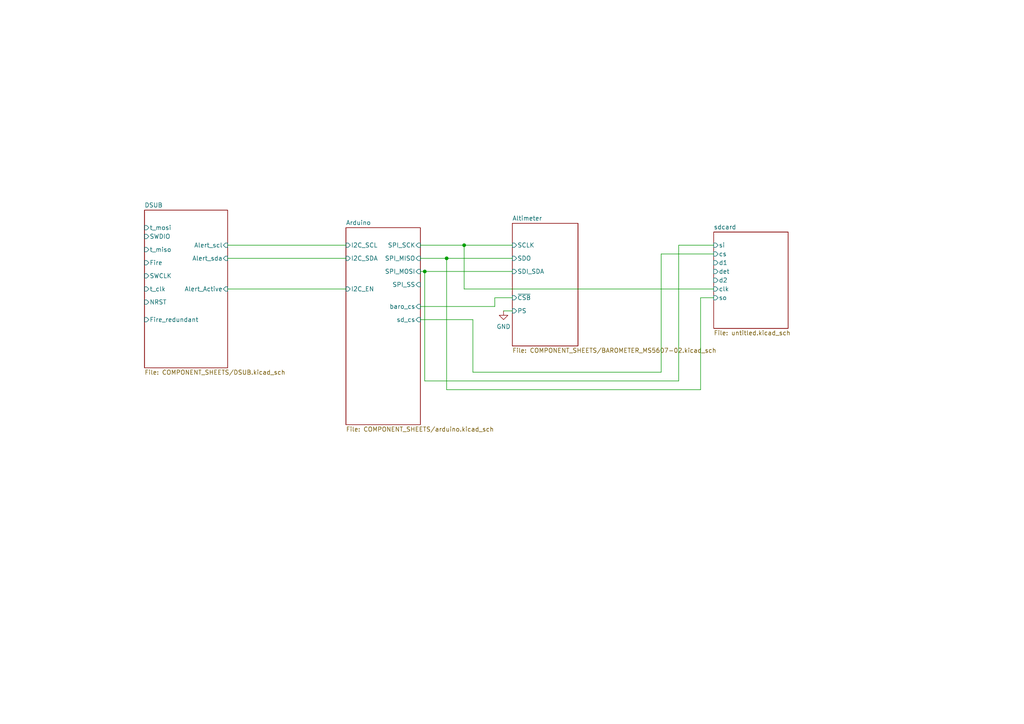
<source format=kicad_sch>
(kicad_sch (version 20211123) (generator eeschema)
  (paper "A4")
  (lib_symbols
    (symbol "power:GND" (power) (pin_names (offset 0))
      (property "Value" "GND" (at 0 -3.81 0))
      (symbol "GND_0_1"
        (polyline (pts (xy 0 0) (xy 0 -1.27) (xy 1.27 -1.27) (xy 0 -2.54) (xy -1.27 -1.27) (xy 0 -1.27)))
      )
      (symbol "GND_1_1"
        (pin power_in line (at 0 0 270) (length 0) hide (name "GND") (number "1"))
      )
    )
  )
  (junction (at 134.62 71.12))
  (junction (at 129.54 74.93))
  (junction (at 123.19 78.74))
  (wire (pts (xy 134.62 71.12) (xy 148.59 71.12)))
  (wire (pts (xy 66.04 71.12) (xy 100.33 71.12)))
  (wire (pts (xy 191.77 107.95) (xy 191.77 73.66)))
  (wire (pts (xy 196.85 110.49) (xy 196.85 71.12)))
  (wire (pts (xy 143.51 86.36) (xy 148.59 86.36)))
  (wire (pts (xy 134.62 83.82) (xy 134.62 71.12)))
  (wire (pts (xy 123.19 110.49) (xy 196.85 110.49)))
  (wire (pts (xy 123.19 78.74) (xy 123.19 110.49)))
  (wire (pts (xy 121.92 88.9) (xy 143.51 88.9)))
  (wire (pts (xy 129.54 74.93) (xy 148.59 74.93)))
  (wire (pts (xy 207.01 86.36) (xy 203.2 86.36)))
  (wire (pts (xy 121.92 92.71) (xy 137.16 92.71)))
  (wire (pts (xy 123.19 78.74) (xy 148.59 78.74)))
  (wire (pts (xy 66.04 74.93) (xy 100.33 74.93)))
  (wire (pts (xy 196.85 71.12) (xy 207.01 71.12)))
  (wire (pts (xy 143.51 88.9) (xy 143.51 86.36)))
  (wire (pts (xy 121.92 78.74) (xy 123.19 78.74)))
  (wire (pts (xy 203.2 113.03) (xy 129.54 113.03)))
  (wire (pts (xy 129.54 113.03) (xy 129.54 74.93)))
  (wire (pts (xy 146.05 90.17) (xy 148.59 90.17)))
  (wire (pts (xy 137.16 92.71) (xy 137.16 107.95)))
  (wire (pts (xy 137.16 107.95) (xy 191.77 107.95)))
  (wire (pts (xy 191.77 73.66) (xy 207.01 73.66)))
  (wire (pts (xy 207.01 83.82) (xy 134.62 83.82)))
  (wire (pts (xy 121.92 74.93) (xy 129.54 74.93)))
  (wire (pts (xy 66.04 83.82) (xy 100.33 83.82)))
  (wire (pts (xy 121.92 71.12) (xy 134.62 71.12)))
  (wire (pts (xy 203.2 86.36) (xy 203.2 113.03)))
  (symbol (lib_id "power:GND") (at 146.05 90.17 0) (unit 1)
    (property "Reference" "#PWR0101" (effects hide))
    (property "Value" "GND" (at 146.05 94.7325 0))
  )
  (sheet (at 41.91 60.96) (size 24.13 45.72) (stroke (width 0.1524))
    (property "Sheet name" "DSUB" (at 41.91 60.2484 0) (effects (justify left bottom)))
    (property "Sheet file" "COMPONENT_SHEETS\\DSUB.kicad_sch" (at 41.91 107.2646 0) (effects (justify left top)))
    (pin "Alert_sda" input (at 66.04 74.93 0))
    (pin "t_mosi" input (at 41.91 66.04 180))
    (pin "SWCLK" input (at 41.91 80.01 180))
    (pin "t_clk" input (at 41.91 83.82 180))
    (pin "Alert_Active" input (at 66.04 83.82 0))
    (pin "Fire" input (at 41.91 76.2 180))
    (pin "t_miso" input (at 41.91 72.39 180))
    (pin "SWDIO" input (at 41.91 68.58 180))
    (pin "Alert_scl" input (at 66.04 71.12 0))
    (pin "Fire_redundant" input (at 41.91 92.71 180))
    (pin "NRST" input (at 41.91 87.63 180))
  )
  (sheet (at 100.33 66.04) (size 21.59 57.15) (stroke (width 0.1524))
    (property "Sheet name" "Arduino" (at 100.33 65.3284 0) (effects (justify left bottom)))
    (property "Sheet file" "COMPONENT_SHEETS\\arduino.kicad_sch" (at 100.33 123.7746 0) (effects (justify left top)))
    (pin "I2C_SCL" input (at 100.33 71.12 180))
    (pin "I2C_SDA" input (at 100.33 74.93 180))
    (pin "I2C_EN" input (at 100.33 83.82 180))
    (pin "SPI_SCK" input (at 121.92 71.12 0))
    (pin "SPI_MISO" input (at 121.92 74.93 0))
    (pin "SPI_MOSI" input (at 121.92 78.74 0))
    (pin "SPI_SS" input (at 121.92 82.55 0))
    (pin "baro_cs" input (at 121.92 88.9 0))
    (pin "sd_cs" input (at 121.92 92.71 0))
  )
  (sheet (at 148.59 64.77) (size 19.05 35.56) (stroke (width 0.1524))
    (property "Sheet name" "Altimeter" (at 148.59 64.0584 0) (effects (justify left bottom)))
    (property "Sheet file" "COMPONENT_SHEETS\\BAROMETER_MS5607-02.kicad_sch" (at 148.59 100.9146 0) (effects (justify left top)))
    (pin "SCLK" input (at 148.59 71.12 180))
    (pin "SDO" input (at 148.59 74.93 180))
    (pin "SDI_SDA" input (at 148.59 78.74 180))
    (pin "PS" input (at 148.59 90.17 180))
    (pin "~{CSB}" input (at 148.59 86.36 180))
  )
  (sheet (at 207.01 67.31) (size 21.59 27.94) (stroke (width 0.1524))
    (property "Sheet name" "sdcard" (at 207.01 66.5984 0) (effects (justify left bottom)))
    (property "Sheet file" "untitled.kicad_sch" (at 207.01 95.8346 0) (effects (justify left top)))
    (pin "si" input (at 207.01 71.12 180))
    (pin "cs" input (at 207.01 73.66 180))
    (pin "d1" input (at 207.01 76.2 180))
    (pin "det" input (at 207.01 78.74 180))
    (pin "d2" input (at 207.01 81.28 180))
    (pin "clk" input (at 207.01 83.82 180))
    (pin "so" input (at 207.01 86.36 180))
  )
)
</source>
